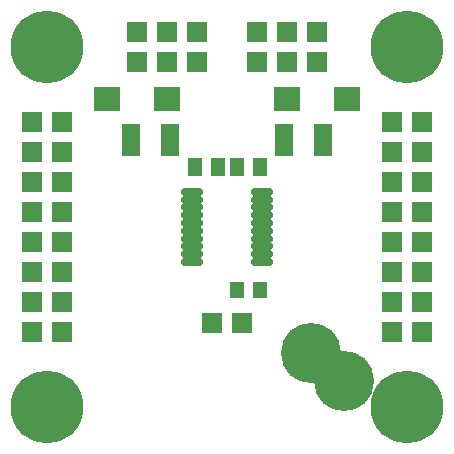
<source format=gbr>
G04 This is an RS-274x file exported by *
G04 gerbv version 2.6.1 *
G04 More information is available about gerbv at *
G04 http://gerbv.geda-project.org/ *
G04 --End of header info--*
%MOIN*%
%FSLAX34Y34*%
%IPPOS*%
%IN "TXB0108.pcb"*%
G04 --Define apertures--*
%ADD10C,0.0010*%
%ADD11R,0.0450X0.0620*%
%ADD12R,0.0710X0.0710*%
%ADD13C,0.2421*%
%ADD14R,0.0610X0.1060*%
%ADD15O,0.0750X0.0280*%
%ADD16C,0.2000*%
%ADD17R,0.0450X0.0570*%
%ADD18R,0.0886X0.0847*%
G04 --Start main section--*
G54D11*
G01X0020320Y0022000D03*
G01X0021080Y0022000D03*
G01X0019680Y0022000D03*
G01X0018920Y0022000D03*
G54D12*
G01X0023000Y0026500D03*
G01X0023000Y0025500D03*
G01X0022000Y0026500D03*
G01X0022000Y0025500D03*
G01X0021000Y0026500D03*
G01X0021000Y0025500D03*
G01X0019000Y0026500D03*
G01X0019000Y0025500D03*
G01X0018000Y0026500D03*
G01X0018000Y0025500D03*
G01X0017000Y0026500D03*
G01X0017000Y0025500D03*
G01X0025500Y0023500D03*
G01X0026500Y0023500D03*
G01X0025500Y0022500D03*
G01X0026500Y0022500D03*
G01X0025500Y0021500D03*
G01X0026500Y0021500D03*
G01X0025500Y0020500D03*
G01X0026500Y0020500D03*
G01X0025500Y0019500D03*
G01X0026500Y0019500D03*
G01X0025500Y0018500D03*
G01X0026500Y0018500D03*
G01X0025500Y0017500D03*
G01X0026500Y0017500D03*
G01X0025500Y0016500D03*
G01X0026500Y0016500D03*
G01X0013500Y0023500D03*
G01X0014500Y0023500D03*
G01X0013500Y0022500D03*
G01X0014500Y0022500D03*
G01X0013500Y0021500D03*
G01X0014500Y0021500D03*
G01X0013500Y0020500D03*
G01X0014500Y0020500D03*
G01X0013500Y0019500D03*
G01X0014500Y0019500D03*
G01X0013500Y0018500D03*
G01X0014500Y0018500D03*
G01X0013500Y0017500D03*
G01X0014500Y0017500D03*
G01X0013500Y0016500D03*
G01X0014500Y0016500D03*
G01X0020500Y0016800D03*
G01X0019500Y0016800D03*
G54D13*
G01X0014000Y0014000D03*
G01X0014000Y0026000D03*
G01X0026000Y0026000D03*
G01X0026000Y0014000D03*
G54D14*
G01X0021900Y0022900D03*
G01X0023200Y0022900D03*
G01X0018100Y0022900D03*
G01X0016800Y0022900D03*
G54D15*
G01X0021160Y0021170D03*
G01X0021160Y0020910D03*
G01X0021160Y0020650D03*
G01X0021160Y0020390D03*
G01X0021160Y0020130D03*
G01X0021160Y0019870D03*
G01X0021160Y0019610D03*
G01X0021160Y0019350D03*
G01X0021160Y0019090D03*
G01X0021160Y0018830D03*
G01X0018840Y0018830D03*
G01X0018840Y0019090D03*
G01X0018840Y0019350D03*
G01X0018840Y0019610D03*
G01X0018840Y0019870D03*
G01X0018840Y0020130D03*
G01X0018840Y0020390D03*
G01X0018840Y0020650D03*
G01X0018840Y0020910D03*
G01X0018840Y0021170D03*
G54D16*
G01X0023890Y0014870D03*
G01X0022780Y0015810D03*
G54D17*
G01X0021091Y0017905D03*
G01X0020331Y0017905D03*
G54D18*
G01X0018004Y0024250D03*
G01X0015996Y0024250D03*
G01X0021996Y0024250D03*
G01X0024004Y0024250D03*
M02*

</source>
